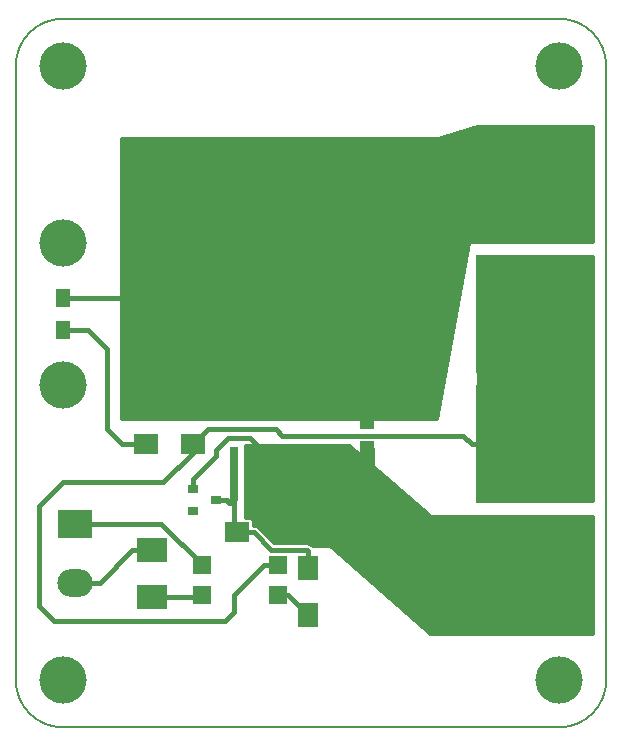
<source format=gbr>
G04 #@! TF.GenerationSoftware,KiCad,Pcbnew,(5.1.5)-3*
G04 #@! TF.CreationDate,2020-08-29T18:00:17-04:00*
G04 #@! TF.ProjectId,Little_Monster,4c697474-6c65-45f4-9d6f-6e737465722e,2.0*
G04 #@! TF.SameCoordinates,PX459e440PY6f94740*
G04 #@! TF.FileFunction,Copper,L1,Top*
G04 #@! TF.FilePolarity,Positive*
%FSLAX46Y46*%
G04 Gerber Fmt 4.6, Leading zero omitted, Abs format (unit mm)*
G04 Created by KiCad (PCBNEW (5.1.5)-3) date 2020-08-29 18:00:17*
%MOMM*%
%LPD*%
G04 APERTURE LIST*
G04 #@! TA.AperFunction,Profile*
%ADD10C,0.150000*%
G04 #@! TD*
G04 #@! TA.AperFunction,ComponentPad*
%ADD11R,3.000000X3.000000*%
G04 #@! TD*
G04 #@! TA.AperFunction,SMDPad,CuDef*
%ADD12R,0.800000X4.600000*%
G04 #@! TD*
G04 #@! TA.AperFunction,WasherPad*
%ADD13C,4.000000*%
G04 #@! TD*
G04 #@! TA.AperFunction,SMDPad,CuDef*
%ADD14R,0.900000X0.800000*%
G04 #@! TD*
G04 #@! TA.AperFunction,ComponentPad*
%ADD15R,3.000000X2.350000*%
G04 #@! TD*
G04 #@! TA.AperFunction,ComponentPad*
%ADD16O,3.000000X2.350000*%
G04 #@! TD*
G04 #@! TA.AperFunction,SMDPad,CuDef*
%ADD17R,1.700000X2.000000*%
G04 #@! TD*
G04 #@! TA.AperFunction,SMDPad,CuDef*
%ADD18R,2.500000X2.000000*%
G04 #@! TD*
G04 #@! TA.AperFunction,SMDPad,CuDef*
%ADD19R,1.600000X1.600000*%
G04 #@! TD*
G04 #@! TA.AperFunction,SMDPad,CuDef*
%ADD20R,1.300000X1.500000*%
G04 #@! TD*
G04 #@! TA.AperFunction,SMDPad,CuDef*
%ADD21R,1.250000X1.500000*%
G04 #@! TD*
G04 #@! TA.AperFunction,SMDPad,CuDef*
%ADD22R,2.000000X1.700000*%
G04 #@! TD*
G04 #@! TA.AperFunction,ComponentPad*
%ADD23R,10.000000X10.000000*%
G04 #@! TD*
G04 #@! TA.AperFunction,ViaPad*
%ADD24C,0.600000*%
G04 #@! TD*
G04 #@! TA.AperFunction,Conductor*
%ADD25C,0.400000*%
G04 #@! TD*
G04 #@! TA.AperFunction,Conductor*
%ADD26C,1.250000*%
G04 #@! TD*
G04 #@! TA.AperFunction,Conductor*
%ADD27C,0.254000*%
G04 #@! TD*
G04 APERTURE END LIST*
D10*
X0Y56000000D02*
G75*
G02X4000000Y60000000I4000000J0D01*
G01*
X4000000Y0D02*
G75*
G02X0Y4000000I0J4000000D01*
G01*
X50000000Y4000000D02*
G75*
G02X46000000Y0I-4000000J0D01*
G01*
X46000000Y60000000D02*
G75*
G02X50000000Y56000000I0J-4000000D01*
G01*
X4000000Y0D02*
X46000000Y0D01*
X4000000Y60000000D02*
X46000000Y60000000D01*
X50000000Y4000000D02*
X50000000Y56000000D01*
X0Y4000000D02*
X0Y56000000D01*
D11*
G04 #@! TO.P,Q11,4*
G04 #@! TO.N,Net-(C11-Pad1)*
X10300000Y48500000D03*
X13300000Y48500000D03*
X34300000Y48500000D03*
X31300000Y48500000D03*
X28300000Y48500000D03*
X25300000Y48500000D03*
X16300000Y48500000D03*
X19300000Y48500000D03*
X22300000Y48500000D03*
X13300000Y42500000D03*
X10300000Y42500000D03*
X10300000Y36500000D03*
X10300000Y33500000D03*
X10300000Y45500000D03*
X10300000Y39500000D03*
X10300000Y30500000D03*
X10300000Y27500000D03*
X13300000Y30500000D03*
X13300000Y27500000D03*
X13300000Y39500000D03*
X13300000Y33500000D03*
X13300000Y36500000D03*
X13300000Y45500000D03*
X34300000Y45500000D03*
X34300000Y42500000D03*
X34300000Y39500000D03*
X34300000Y27500000D03*
X34300000Y36500000D03*
X34300000Y30500000D03*
X34300000Y33500000D03*
X31300000Y45500000D03*
X31300000Y42500000D03*
X31300000Y39500000D03*
X31300000Y27500000D03*
X31300000Y36500000D03*
X31300000Y30500000D03*
X31300000Y33500000D03*
X28300000Y45500000D03*
X19300000Y45500000D03*
X25300000Y45500000D03*
X16300000Y45500000D03*
X22300000Y45500000D03*
X28300000Y42500000D03*
X19300000Y42500000D03*
X22300000Y42500000D03*
X25300000Y42500000D03*
X16300000Y42500000D03*
X28300000Y39500000D03*
X19300000Y39500000D03*
X22300000Y39500000D03*
X25300000Y39500000D03*
X16300000Y39500000D03*
D12*
G04 #@! TO.P,Q11,7*
G04 #@! TO.N,GND*
X26110000Y21475000D03*
G04 #@! TO.P,Q11,6*
X24840000Y21475000D03*
G04 #@! TO.P,Q11,5*
X23570000Y21475000D03*
G04 #@! TO.P,Q11,3*
X21030000Y21475000D03*
G04 #@! TO.P,Q11,2*
X19760000Y21475000D03*
G04 #@! TO.P,Q11,1*
G04 #@! TO.N,Net-(D11-Pad3)*
X18490000Y21475000D03*
D11*
G04 #@! TO.P,Q11,4*
G04 #@! TO.N,Net-(C11-Pad1)*
X28300000Y27500000D03*
X28300000Y30500000D03*
X28300000Y33500000D03*
X28300000Y36500000D03*
X16300000Y27500000D03*
X16300000Y30500000D03*
X16300000Y36500000D03*
X16300000Y33500000D03*
X25300000Y36500000D03*
X22300000Y36500000D03*
X19300000Y36500000D03*
X19300000Y33500000D03*
X25300000Y33500000D03*
X22300000Y33500000D03*
X19300000Y30500000D03*
X25300000Y30500000D03*
X22300000Y30500000D03*
X19300000Y27500000D03*
X25300000Y27500000D03*
X22300000Y27500000D03*
G04 #@! TD*
D13*
G04 #@! TO.P,H1,*
G04 #@! TO.N,*
X4000000Y29000000D03*
G04 #@! TD*
G04 #@! TO.P,H1,*
G04 #@! TO.N,*
X4000000Y41000000D03*
G04 #@! TD*
D14*
G04 #@! TO.P,D11,1*
G04 #@! TO.N,GND*
X15000000Y20200000D03*
G04 #@! TO.P,D11,2*
G04 #@! TO.N,N/C*
X15000000Y18300000D03*
G04 #@! TO.P,D11,3*
G04 #@! TO.N,Net-(D11-Pad3)*
X17000000Y19250000D03*
G04 #@! TD*
D13*
G04 #@! TO.P,H2,*
G04 #@! TO.N,*
X46000000Y56000000D03*
G04 #@! TD*
G04 #@! TO.P,H1,*
G04 #@! TO.N,*
X4000000Y56000000D03*
G04 #@! TD*
D15*
G04 #@! TO.P,CN11,1*
G04 #@! TO.N,Net-(CN11-Pad1)*
X5000000Y17250000D03*
D16*
G04 #@! TO.P,CN11,2*
G04 #@! TO.N,Net-(CN11-Pad2)*
X5000000Y12250000D03*
G04 #@! TD*
D13*
G04 #@! TO.P,H4,*
G04 #@! TO.N,*
X4000000Y4000000D03*
G04 #@! TD*
D17*
G04 #@! TO.P,R11,1*
G04 #@! TO.N,Net-(R11-Pad1)*
X24750000Y9500000D03*
G04 #@! TO.P,R11,2*
G04 #@! TO.N,Net-(D11-Pad3)*
X24750000Y13500000D03*
G04 #@! TD*
D18*
G04 #@! TO.P,R13,1*
G04 #@! TO.N,Net-(CN11-Pad2)*
X11500000Y15000000D03*
G04 #@! TO.P,R13,2*
G04 #@! TO.N,Net-(R13-Pad2)*
X11500000Y11000000D03*
G04 #@! TD*
D19*
G04 #@! TO.P,U11,6*
G04 #@! TO.N,+BATT*
X22250000Y13770000D03*
G04 #@! TO.P,U11,1*
G04 #@! TO.N,Net-(CN11-Pad1)*
X15750000Y13770000D03*
G04 #@! TO.P,U11,3*
G04 #@! TO.N,Net-(R13-Pad2)*
X15750000Y11230000D03*
G04 #@! TO.P,U11,4*
G04 #@! TO.N,Net-(R11-Pad1)*
X22250000Y11230000D03*
G04 #@! TD*
D20*
G04 #@! TO.P,D13,1*
G04 #@! TO.N,Net-(C11-Pad1)*
X4000000Y36350000D03*
G04 #@! TO.P,D13,2*
G04 #@! TO.N,Net-(D13-Pad2)*
X4000000Y33650000D03*
G04 #@! TD*
D21*
G04 #@! TO.P,C11,1*
G04 #@! TO.N,Net-(C11-Pad1)*
X29750000Y26000000D03*
G04 #@! TO.P,C11,2*
G04 #@! TO.N,GND*
X29750000Y23500000D03*
G04 #@! TD*
D22*
G04 #@! TO.P,R15,2*
G04 #@! TO.N,Net-(D13-Pad2)*
X11000000Y24000000D03*
G04 #@! TO.P,R15,1*
G04 #@! TO.N,+BATT*
X15000000Y24000000D03*
G04 #@! TD*
D13*
G04 #@! TO.P,H3,*
G04 #@! TO.N,*
X46000000Y4000000D03*
G04 #@! TD*
D22*
G04 #@! TO.P,R12,1*
G04 #@! TO.N,Net-(D11-Pad3)*
X18750000Y16500000D03*
G04 #@! TO.P,R12,2*
G04 #@! TO.N,GND*
X22750000Y16500000D03*
G04 #@! TD*
D23*
G04 #@! TO.P,J1,1*
G04 #@! TO.N,+BATT*
X44000000Y24000000D03*
G04 #@! TD*
G04 #@! TO.P,J2,1*
G04 #@! TO.N,GND*
X44000000Y13000000D03*
G04 #@! TD*
G04 #@! TO.P,J3,1*
G04 #@! TO.N,+BATT*
X44000000Y35000000D03*
G04 #@! TD*
G04 #@! TO.P,J4,1*
G04 #@! TO.N,Net-(C11-Pad1)*
X44000000Y46000000D03*
G04 #@! TD*
D24*
G04 #@! TO.N,GND*
X21030000Y22380000D03*
X24840000Y22380000D03*
X21030000Y23280000D03*
X24840000Y20580000D03*
X22350000Y19670000D03*
X24840000Y19680000D03*
X21030000Y19680000D03*
X21030000Y20580000D03*
X19760000Y23270000D03*
X24840000Y21480000D03*
X26120000Y20540000D03*
X19760000Y19670000D03*
X19760000Y20570000D03*
X23570000Y21470000D03*
X19760000Y22370000D03*
X22350000Y21470000D03*
X22350000Y23270000D03*
X23570000Y22370000D03*
X23570000Y23270000D03*
X23570000Y19670000D03*
X24840000Y23280000D03*
X22350000Y20570000D03*
X22350000Y22370000D03*
X23570000Y20570000D03*
X26120000Y19640000D03*
X26120000Y22410000D03*
X26120000Y23290000D03*
X19740000Y21460000D03*
G04 #@! TD*
D25*
G04 #@! TO.N,GND*
X26935000Y21500000D02*
X29500000Y21500000D01*
X26910000Y21475000D02*
X26935000Y21500000D01*
X26110000Y21475000D02*
X26910000Y21475000D01*
X29750000Y21750000D02*
X29500000Y21500000D01*
D26*
X29750000Y23500000D02*
X29750000Y21750000D01*
D25*
X15000000Y21000000D02*
X17000000Y23000000D01*
X15000000Y20200000D02*
X15000000Y21000000D01*
X17000000Y23502202D02*
X17997798Y24500000D01*
X17000000Y23000000D02*
X17000000Y23502202D01*
X19810000Y24500000D02*
X21030000Y23280000D01*
X17997798Y24500000D02*
X19810000Y24500000D01*
G04 #@! TO.N,+BATT*
X38600000Y24000000D02*
X37895999Y24704001D01*
X37895999Y24704001D02*
X22545999Y24704001D01*
X44000000Y24000000D02*
X38600000Y24000000D01*
X22545999Y24704001D02*
X22000000Y25250000D01*
X15000000Y24000000D02*
X16250000Y25250000D01*
X22000000Y25250000D02*
X16250000Y25250000D01*
X21050000Y13770000D02*
X22250000Y13770000D01*
X18500000Y11220000D02*
X21050000Y13770000D01*
X3250000Y9000000D02*
X17750000Y9000000D01*
X18500000Y9750000D02*
X18500000Y11220000D01*
X15000000Y23250000D02*
X12500000Y20750000D01*
X12500000Y20750000D02*
X4000000Y20750000D01*
X15000000Y24000000D02*
X15000000Y23250000D01*
X2000000Y18750000D02*
X2000000Y10250000D01*
X17750000Y9000000D02*
X18500000Y9750000D01*
X2000000Y10250000D02*
X3250000Y9000000D01*
X4000000Y20750000D02*
X2000000Y18750000D01*
G04 #@! TO.N,Net-(D11-Pad3)*
X18490000Y16760000D02*
X18750000Y16500000D01*
X18250000Y19250000D02*
X18500000Y19000000D01*
X18490000Y21475000D02*
X18500000Y19000000D01*
X18500000Y19000000D02*
X18490000Y16760000D01*
X24625999Y15024001D02*
X24750000Y14900000D01*
X21625999Y15024001D02*
X24625999Y15024001D01*
X20150000Y16500000D02*
X21625999Y15024001D01*
X24750000Y14900000D02*
X24750000Y13500000D01*
X18750000Y16500000D02*
X20150000Y16500000D01*
X18100000Y19000000D02*
X18500000Y19000000D01*
X17850000Y19250000D02*
X18100000Y19000000D01*
X17000000Y19250000D02*
X17850000Y19250000D01*
G04 #@! TO.N,Net-(CN11-Pad2)*
X7100000Y12250000D02*
X6500000Y12250000D01*
X9850000Y15000000D02*
X7100000Y12250000D01*
X11500000Y15000000D02*
X9850000Y15000000D01*
X5000000Y12250000D02*
X6500000Y12250000D01*
G04 #@! TO.N,Net-(R13-Pad2)*
X15520000Y11000000D02*
X15750000Y11230000D01*
X11500000Y11000000D02*
X15520000Y11000000D01*
G04 #@! TO.N,Net-(D13-Pad2)*
X4000000Y33650000D02*
X6100000Y33650000D01*
X6100000Y33650000D02*
X7750000Y32000000D01*
X7750000Y25250000D02*
X9000000Y24000000D01*
X7750000Y32000000D02*
X7750000Y25250000D01*
X9000000Y24000000D02*
X11000000Y24000000D01*
G04 #@! TO.N,Net-(R11-Pad1)*
X23020000Y11230000D02*
X24750000Y9500000D01*
X22250000Y11230000D02*
X23020000Y11230000D01*
G04 #@! TO.N,Net-(C11-Pad1)*
X29800000Y26000000D02*
X31300000Y27500000D01*
X29750000Y26000000D02*
X29800000Y26000000D01*
X9400000Y29600000D02*
X10300000Y30500000D01*
X13150000Y36350000D02*
X13300000Y36500000D01*
X4000000Y36350000D02*
X13150000Y36350000D01*
G04 #@! TO.N,Net-(CN11-Pad1)*
X6900000Y17250000D02*
X5000000Y17250000D01*
X12317202Y17250000D02*
X6900000Y17250000D01*
X15750000Y13817202D02*
X12317202Y17250000D01*
X15750000Y13770000D02*
X15750000Y13817202D01*
G04 #@! TD*
D27*
G04 #@! TO.N,GND*
G36*
X35167349Y17903574D02*
G01*
X35187749Y17889303D01*
X35210541Y17879285D01*
X35234850Y17873907D01*
X35250000Y17873000D01*
X48873000Y17873000D01*
X48873000Y7877000D01*
X35048019Y7877000D01*
X26584026Y15345229D01*
X26563833Y15359792D01*
X26541187Y15370136D01*
X26516958Y15375863D01*
X26500000Y15377000D01*
X25094657Y15377000D01*
X25057016Y15414641D01*
X25038816Y15436818D01*
X24950347Y15509422D01*
X24849414Y15563372D01*
X24739895Y15596594D01*
X24654539Y15605001D01*
X24625999Y15607812D01*
X24597459Y15605001D01*
X21866658Y15605001D01*
X20581017Y16890640D01*
X20562817Y16912817D01*
X20474348Y16985421D01*
X20373415Y17039371D01*
X20263896Y17072593D01*
X20178540Y17081000D01*
X20150000Y17083811D01*
X20132843Y17082121D01*
X20132843Y17350000D01*
X20125487Y17424689D01*
X20103701Y17496508D01*
X20068322Y17562696D01*
X20020711Y17620711D01*
X19962696Y17668322D01*
X19896508Y17703701D01*
X19824689Y17725487D01*
X19750000Y17732843D01*
X19377000Y17732843D01*
X19377000Y23873000D01*
X28203019Y23873000D01*
X35167349Y17903574D01*
G37*
X35167349Y17903574D02*
X35187749Y17889303D01*
X35210541Y17879285D01*
X35234850Y17873907D01*
X35250000Y17873000D01*
X48873000Y17873000D01*
X48873000Y7877000D01*
X35048019Y7877000D01*
X26584026Y15345229D01*
X26563833Y15359792D01*
X26541187Y15370136D01*
X26516958Y15375863D01*
X26500000Y15377000D01*
X25094657Y15377000D01*
X25057016Y15414641D01*
X25038816Y15436818D01*
X24950347Y15509422D01*
X24849414Y15563372D01*
X24739895Y15596594D01*
X24654539Y15605001D01*
X24625999Y15607812D01*
X24597459Y15605001D01*
X21866658Y15605001D01*
X20581017Y16890640D01*
X20562817Y16912817D01*
X20474348Y16985421D01*
X20373415Y17039371D01*
X20263896Y17072593D01*
X20178540Y17081000D01*
X20150000Y17083811D01*
X20132843Y17082121D01*
X20132843Y17350000D01*
X20125487Y17424689D01*
X20103701Y17496508D01*
X20068322Y17562696D01*
X20020711Y17620711D01*
X19962696Y17668322D01*
X19896508Y17703701D01*
X19824689Y17725487D01*
X19750000Y17732843D01*
X19377000Y17732843D01*
X19377000Y23873000D01*
X28203019Y23873000D01*
X35167349Y17903574D01*
G04 #@! TO.N,+BATT*
G36*
X48873000Y19127000D02*
G01*
X39127000Y19127000D01*
X39127000Y39873000D01*
X48873000Y39873000D01*
X48873000Y19127000D01*
G37*
X48873000Y19127000D02*
X39127000Y19127000D01*
X39127000Y39873000D01*
X48873000Y39873000D01*
X48873000Y19127000D01*
G04 #@! TO.N,Net-(C11-Pad1)*
G36*
X48873000Y41127000D02*
G01*
X38500000Y41127000D01*
X38475224Y41124560D01*
X38451399Y41117333D01*
X38429443Y41105597D01*
X38410197Y41089803D01*
X38394403Y41070557D01*
X38382667Y41048601D01*
X38375082Y41022902D01*
X35644167Y26127000D01*
X8877000Y26127000D01*
X8877000Y49873000D01*
X35750000Y49873000D01*
X35774776Y49875440D01*
X35787349Y49878616D01*
X39019097Y50873000D01*
X48873000Y50873000D01*
X48873000Y41127000D01*
G37*
X48873000Y41127000D02*
X38500000Y41127000D01*
X38475224Y41124560D01*
X38451399Y41117333D01*
X38429443Y41105597D01*
X38410197Y41089803D01*
X38394403Y41070557D01*
X38382667Y41048601D01*
X38375082Y41022902D01*
X35644167Y26127000D01*
X8877000Y26127000D01*
X8877000Y49873000D01*
X35750000Y49873000D01*
X35774776Y49875440D01*
X35787349Y49878616D01*
X39019097Y50873000D01*
X48873000Y50873000D01*
X48873000Y41127000D01*
G04 #@! TD*
M02*

</source>
